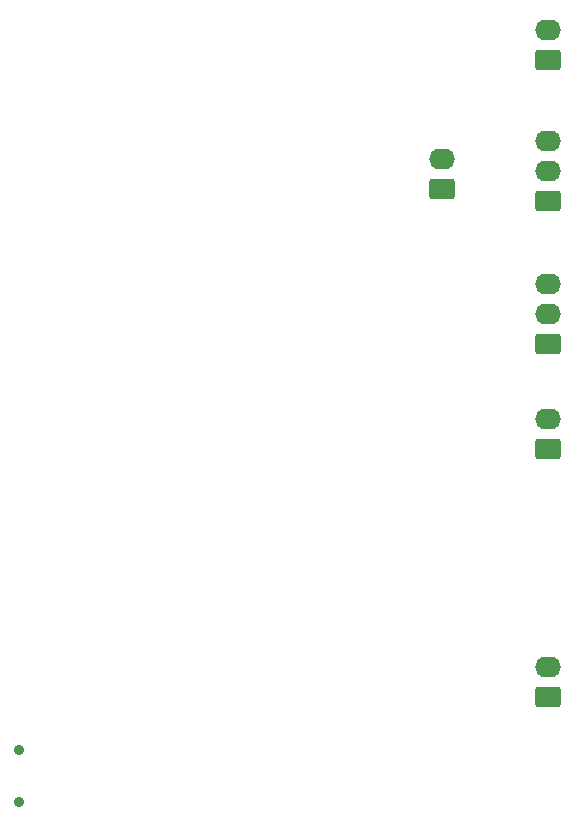
<source format=gbr>
%TF.GenerationSoftware,KiCad,Pcbnew,9.0.1*%
%TF.CreationDate,2025-04-06T11:33:29+02:00*%
%TF.ProjectId,TocBoatReceiver,546f6342-6f61-4745-9265-636569766572,rev?*%
%TF.SameCoordinates,Original*%
%TF.FileFunction,Soldermask,Bot*%
%TF.FilePolarity,Negative*%
%FSLAX46Y46*%
G04 Gerber Fmt 4.6, Leading zero omitted, Abs format (unit mm)*
G04 Created by KiCad (PCBNEW 9.0.1) date 2025-04-06 11:33:29*
%MOMM*%
%LPD*%
G01*
G04 APERTURE LIST*
G04 Aperture macros list*
%AMRoundRect*
0 Rectangle with rounded corners*
0 $1 Rounding radius*
0 $2 $3 $4 $5 $6 $7 $8 $9 X,Y pos of 4 corners*
0 Add a 4 corners polygon primitive as box body*
4,1,4,$2,$3,$4,$5,$6,$7,$8,$9,$2,$3,0*
0 Add four circle primitives for the rounded corners*
1,1,$1+$1,$2,$3*
1,1,$1+$1,$4,$5*
1,1,$1+$1,$6,$7*
1,1,$1+$1,$8,$9*
0 Add four rect primitives between the rounded corners*
20,1,$1+$1,$2,$3,$4,$5,0*
20,1,$1+$1,$4,$5,$6,$7,0*
20,1,$1+$1,$6,$7,$8,$9,0*
20,1,$1+$1,$8,$9,$2,$3,0*%
G04 Aperture macros list end*
%ADD10RoundRect,0.250000X0.845000X-0.620000X0.845000X0.620000X-0.845000X0.620000X-0.845000X-0.620000X0*%
%ADD11O,2.190000X1.740000*%
%ADD12C,0.900000*%
G04 APERTURE END LIST*
D10*
%TO.C,J8*%
X173000000Y-72540000D03*
D11*
X173000000Y-70000000D03*
%TD*%
D10*
%TO.C,J6*%
X182000000Y-85620000D03*
D11*
X182000000Y-83080000D03*
X182000000Y-80540000D03*
%TD*%
D10*
%TO.C,J7*%
X182000000Y-73540000D03*
D11*
X182000000Y-71000000D03*
X182000000Y-68460000D03*
%TD*%
D12*
%TO.C,J2*%
X137200000Y-120000000D03*
X137200000Y-124400000D03*
%TD*%
D10*
%TO.C,J3*%
X182000000Y-115540000D03*
D11*
X182000000Y-113000000D03*
%TD*%
D10*
%TO.C,J4*%
X182000000Y-94540000D03*
D11*
X182000000Y-92000000D03*
%TD*%
D10*
%TO.C,J5*%
X182000000Y-61540000D03*
D11*
X182000000Y-59000000D03*
%TD*%
M02*

</source>
